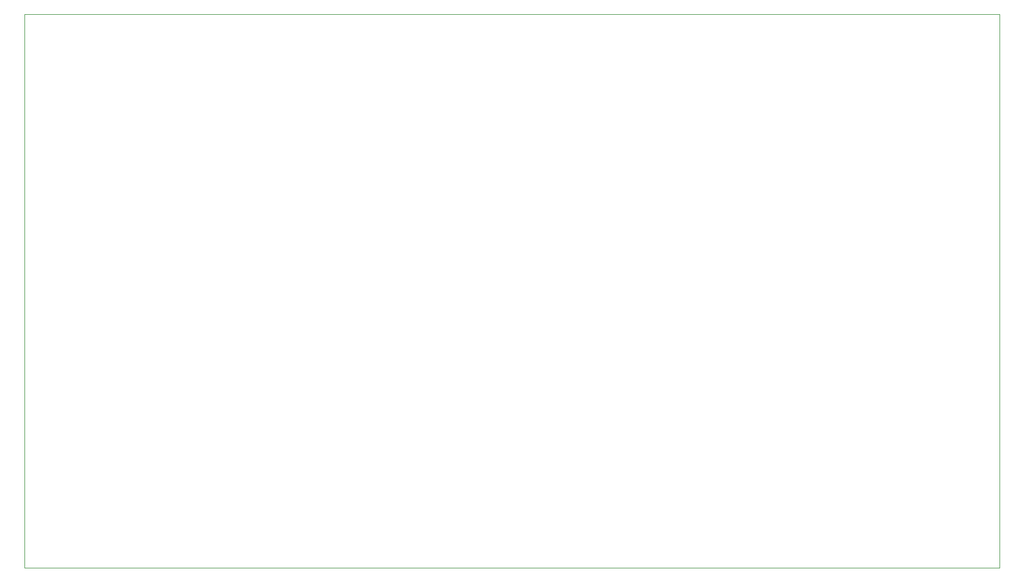
<source format=gm1>
G04 #@! TF.GenerationSoftware,KiCad,Pcbnew,7.0.2*
G04 #@! TF.CreationDate,2023-06-26T18:45:37-03:00*
G04 #@! TF.ProjectId,ProjetoFinalSEMB,50726f6a-6574-46f4-9669-6e616c53454d,rev?*
G04 #@! TF.SameCoordinates,Original*
G04 #@! TF.FileFunction,Profile,NP*
%FSLAX46Y46*%
G04 Gerber Fmt 4.6, Leading zero omitted, Abs format (unit mm)*
G04 Created by KiCad (PCBNEW 7.0.2) date 2023-06-26 18:45:37*
%MOMM*%
%LPD*%
G01*
G04 APERTURE LIST*
G04 #@! TA.AperFunction,Profile*
%ADD10C,0.100000*%
G04 #@! TD*
G04 APERTURE END LIST*
D10*
X222030800Y-143482500D02*
X77030800Y-143482500D01*
X222030800Y-60982500D02*
X222030800Y-143482500D01*
X77030800Y-60982500D02*
X222030800Y-60982500D01*
X77030800Y-143482500D02*
X77030800Y-60982500D01*
M02*

</source>
